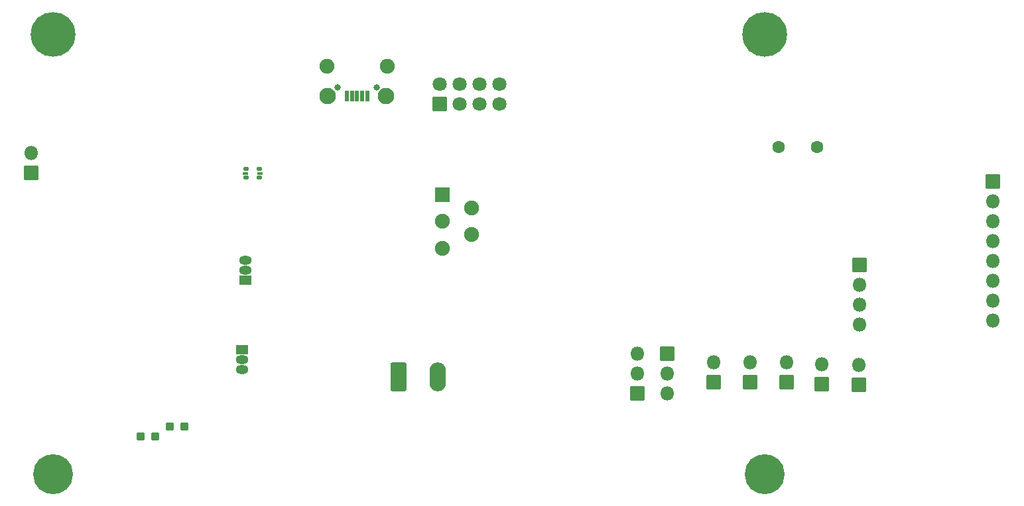
<source format=gbr>
%TF.GenerationSoftware,KiCad,Pcbnew,7.0.5*%
%TF.CreationDate,2023-07-07T07:55:25+07:00*%
%TF.ProjectId,THUC_TAPP,54485543-5f54-4415-9050-2e6b69636164,rev?*%
%TF.SameCoordinates,Original*%
%TF.FileFunction,Soldermask,Bot*%
%TF.FilePolarity,Negative*%
%FSLAX46Y46*%
G04 Gerber Fmt 4.6, Leading zero omitted, Abs format (unit mm)*
G04 Created by KiCad (PCBNEW 7.0.5) date 2023-07-07 07:55:25*
%MOMM*%
%LPD*%
G01*
G04 APERTURE LIST*
G04 Aperture macros list*
%AMRoundRect*
0 Rectangle with rounded corners*
0 $1 Rounding radius*
0 $2 $3 $4 $5 $6 $7 $8 $9 X,Y pos of 4 corners*
0 Add a 4 corners polygon primitive as box body*
4,1,4,$2,$3,$4,$5,$6,$7,$8,$9,$2,$3,0*
0 Add four circle primitives for the rounded corners*
1,1,$1+$1,$2,$3*
1,1,$1+$1,$4,$5*
1,1,$1+$1,$6,$7*
1,1,$1+$1,$8,$9*
0 Add four rect primitives between the rounded corners*
20,1,$1+$1,$2,$3,$4,$5,0*
20,1,$1+$1,$4,$5,$6,$7,0*
20,1,$1+$1,$6,$7,$8,$9,0*
20,1,$1+$1,$8,$9,$2,$3,0*%
G04 Aperture macros list end*
%ADD10C,1.601600*%
%ADD11RoundRect,0.050800X0.850000X-0.850000X0.850000X0.850000X-0.850000X0.850000X-0.850000X-0.850000X0*%
%ADD12C,1.801600*%
%ADD13RoundRect,0.050800X-0.850000X-0.850000X0.850000X-0.850000X0.850000X0.850000X-0.850000X0.850000X0*%
%ADD14O,1.801600X1.801600*%
%ADD15C,5.711600*%
%ADD16RoundRect,0.050800X0.750000X-0.525000X0.750000X0.525000X-0.750000X0.525000X-0.750000X-0.525000X0*%
%ADD17O,1.601600X1.151600*%
%ADD18C,5.101600*%
%ADD19RoundRect,0.050800X0.850000X0.850000X-0.850000X0.850000X-0.850000X-0.850000X0.850000X-0.850000X0*%
%ADD20RoundRect,0.050800X-0.750000X0.525000X-0.750000X-0.525000X0.750000X-0.525000X0.750000X0.525000X0*%
%ADD21RoundRect,0.300800X-0.750000X-1.550000X0.750000X-1.550000X0.750000X1.550000X-0.750000X1.550000X0*%
%ADD22O,2.101600X3.701600*%
%ADD23RoundRect,0.050800X-0.900000X0.900000X-0.900000X-0.900000X0.900000X-0.900000X0.900000X0.900000X0*%
%ADD24O,1.901600X1.901600*%
%ADD25RoundRect,0.288300X0.250000X0.237500X-0.250000X0.237500X-0.250000X-0.237500X0.250000X-0.237500X0*%
%ADD26RoundRect,0.050800X-0.250000X-0.187500X0.250000X-0.187500X0.250000X0.187500X-0.250000X0.187500X0*%
%ADD27RoundRect,0.050800X-0.325000X-0.150000X0.325000X-0.150000X0.325000X0.150000X-0.325000X0.150000X0*%
%ADD28C,0.801600*%
%ADD29RoundRect,0.050800X-0.225000X-0.650000X0.225000X-0.650000X0.225000X0.650000X-0.225000X0.650000X0*%
%ADD30C,1.901600*%
%ADD31C,2.101600*%
G04 APERTURE END LIST*
D10*
%TO.C,Y1*%
X208670000Y-63090000D03*
X203790000Y-63090000D03*
%TD*%
D11*
%TO.C,U2*%
X160498800Y-57571200D03*
D12*
X160498800Y-55031200D03*
X163038800Y-57571200D03*
X163038800Y-55031200D03*
X165578800Y-57571200D03*
X165578800Y-55031200D03*
X168118800Y-57571200D03*
X168118800Y-55031200D03*
%TD*%
D13*
%TO.C,J7*%
X214092800Y-78201700D03*
D14*
X214092800Y-80741700D03*
X214092800Y-83281700D03*
X214092800Y-85821700D03*
%TD*%
D15*
%TO.C,H4*%
X111129600Y-48717200D03*
%TD*%
D16*
%TO.C,Q2*%
X135658800Y-80143200D03*
D17*
X135658800Y-78873200D03*
X135658800Y-77603200D03*
%TD*%
D18*
%TO.C,H2*%
X111129600Y-104902000D03*
%TD*%
D19*
%TO.C,J5*%
X204747300Y-93146700D03*
D14*
X204747300Y-90606700D03*
%TD*%
D19*
%TO.C,J11*%
X108374800Y-66427200D03*
D14*
X108374800Y-63887200D03*
%TD*%
D20*
%TO.C,Q1*%
X135298800Y-89030000D03*
D17*
X135298800Y-90300000D03*
X135298800Y-91570000D03*
%TD*%
D18*
%TO.C,H3*%
X202010800Y-104902000D03*
%TD*%
D19*
%TO.C,J4*%
X185719550Y-94582950D03*
D14*
X185719550Y-92042950D03*
X185719550Y-89502950D03*
%TD*%
D19*
%TO.C,J2*%
X200097300Y-93146700D03*
D14*
X200097300Y-90606700D03*
%TD*%
D19*
%TO.C,J8*%
X209247300Y-93421700D03*
D14*
X209247300Y-90881700D03*
%TD*%
D13*
%TO.C,J3*%
X189549550Y-89497950D03*
D14*
X189549550Y-92037950D03*
X189549550Y-94577950D03*
%TD*%
D21*
%TO.C,J10*%
X155244800Y-92496200D03*
D22*
X160244800Y-92496200D03*
%TD*%
D19*
%TO.C,J1*%
X195447300Y-93146700D03*
D14*
X195447300Y-90606700D03*
%TD*%
D13*
%TO.C,J9*%
X231067300Y-67481700D03*
D14*
X231067300Y-70021700D03*
X231067300Y-72561700D03*
X231067300Y-75101700D03*
X231067300Y-77641700D03*
X231067300Y-80181700D03*
X231067300Y-82721700D03*
X231067300Y-85261700D03*
%TD*%
D23*
%TO.C,U3*%
X160862800Y-69222200D03*
D24*
X164562800Y-70922200D03*
X160862800Y-72622200D03*
X164562800Y-74322200D03*
X160862800Y-76022200D03*
%TD*%
D19*
%TO.C,J6*%
X213963550Y-93464950D03*
D14*
X213963550Y-90924950D03*
%TD*%
D25*
%TO.C,R3*%
X127880000Y-98870000D03*
X126055000Y-98870000D03*
%TD*%
D26*
%TO.C,U6*%
X135797400Y-67004200D03*
D27*
X135722400Y-66466700D03*
D26*
X135797400Y-65929200D03*
X137497400Y-65929200D03*
D27*
X137572400Y-66466700D03*
D26*
X137497400Y-67004200D03*
%TD*%
D25*
%TO.C,R4*%
X124170000Y-100120000D03*
X122345000Y-100120000D03*
%TD*%
D15*
%TO.C,H1*%
X202010800Y-48717200D03*
%TD*%
D28*
%TO.C,J12*%
X147450000Y-55520000D03*
X152450000Y-55520000D03*
D29*
X148650000Y-56620000D03*
X149300000Y-56620000D03*
X149950000Y-56620000D03*
X150600000Y-56620000D03*
X151250000Y-56620000D03*
D30*
X146075000Y-52770000D03*
D31*
X146225000Y-56570000D03*
X153675000Y-56570000D03*
D30*
X153825000Y-52770000D03*
%TD*%
M02*

</source>
